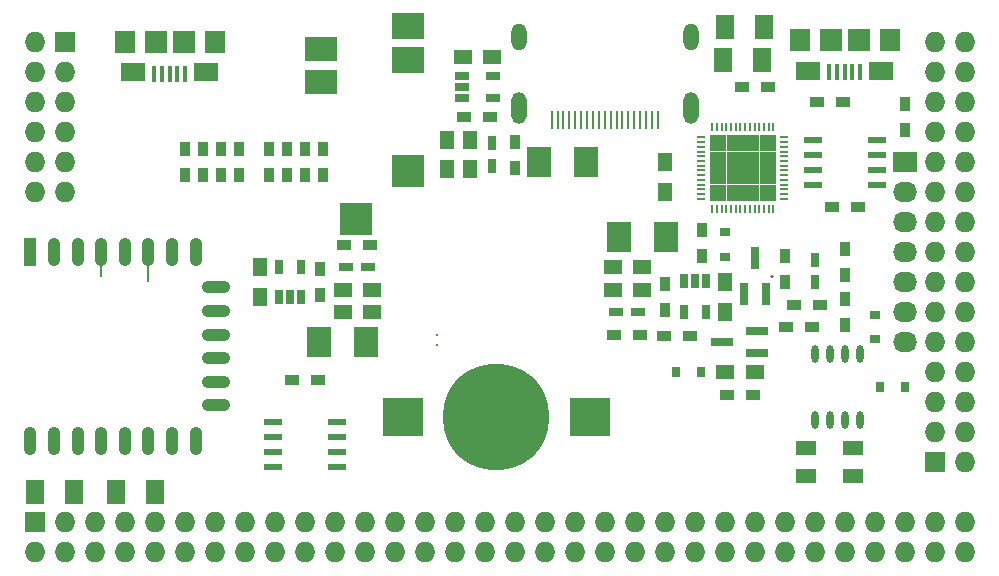
<source format=gbr>
G04 #@! TF.FileFunction,Copper,L4,Bot,Signal*
%FSLAX46Y46*%
G04 Gerber Fmt 4.6, Leading zero omitted, Abs format (unit mm)*
G04 Created by KiCad (PCBNEW 4.0.5+dfsg1-4) date Mon Mar 27 15:17:06 2017*
%MOMM*%
%LPD*%
G01*
G04 APERTURE LIST*
%ADD10C,0.100000*%
%ADD11R,3.500000X3.300000*%
%ADD12C,9.000000*%
%ADD13R,1.524000X2.032000*%
%ADD14R,1.727200X1.727200*%
%ADD15O,1.727200X1.727200*%
%ADD16R,2.000000X2.500000*%
%ADD17R,1.200000X0.700000*%
%ADD18R,0.700000X1.200000*%
%ADD19R,2.032000X1.727200*%
%ADD20O,2.032000X1.727200*%
%ADD21R,1.250000X1.500000*%
%ADD22R,1.500000X1.250000*%
%ADD23O,0.609600X1.473200*%
%ADD24O,2.400000X1.100000*%
%ADD25R,1.100000X2.400000*%
%ADD26O,1.100000X2.400000*%
%ADD27R,0.800000X0.900000*%
%ADD28R,0.900000X0.800000*%
%ADD29R,2.100000X1.600000*%
%ADD30R,1.900000X1.900000*%
%ADD31R,0.400000X1.350000*%
%ADD32R,1.800000X1.900000*%
%ADD33R,2.800000X2.200000*%
%ADD34R,2.800000X2.800000*%
%ADD35R,2.800000X2.000000*%
%ADD36R,1.800000X1.200000*%
%ADD37R,0.200000X0.800000*%
%ADD38R,0.800000X0.200000*%
%ADD39R,1.400000X1.400000*%
%ADD40R,1.900000X0.800000*%
%ADD41R,0.800000X1.900000*%
%ADD42R,1.550000X0.600000*%
%ADD43R,0.750000X1.200000*%
%ADD44R,1.200000X0.750000*%
%ADD45R,1.200000X0.900000*%
%ADD46R,0.900000X1.200000*%
%ADD47O,1.300000X2.700000*%
%ADD48O,1.300000X2.300000*%
%ADD49R,0.250000X1.600000*%
%ADD50C,0.330000*%
%ADD51C,0.250000*%
%ADD52C,0.200000*%
G04 APERTURE END LIST*
D10*
D11*
X127830000Y-95710000D03*
X143630000Y-95710000D03*
D12*
X135730000Y-95710000D03*
D13*
X103498000Y-102060000D03*
X106800000Y-102060000D03*
X99942000Y-102060000D03*
X96640000Y-102060000D03*
D14*
X96640000Y-104600000D03*
D15*
X96640000Y-107140000D03*
X99180000Y-104600000D03*
X99180000Y-107140000D03*
X101720000Y-104600000D03*
X101720000Y-107140000D03*
X104260000Y-104600000D03*
X104260000Y-107140000D03*
X106800000Y-104600000D03*
X106800000Y-107140000D03*
X109340000Y-104600000D03*
X109340000Y-107140000D03*
X111880000Y-104600000D03*
X111880000Y-107140000D03*
X114420000Y-104600000D03*
X114420000Y-107140000D03*
X116960000Y-104600000D03*
X116960000Y-107140000D03*
X119500000Y-104600000D03*
X119500000Y-107140000D03*
X122040000Y-104600000D03*
X122040000Y-107140000D03*
X124580000Y-104600000D03*
X124580000Y-107140000D03*
X127120000Y-104600000D03*
X127120000Y-107140000D03*
X129660000Y-104600000D03*
X129660000Y-107140000D03*
X132200000Y-104600000D03*
X132200000Y-107140000D03*
X134740000Y-104600000D03*
X134740000Y-107140000D03*
X137280000Y-104600000D03*
X137280000Y-107140000D03*
X139820000Y-104600000D03*
X139820000Y-107140000D03*
X142360000Y-104600000D03*
X142360000Y-107140000D03*
X144900000Y-104600000D03*
X144900000Y-107140000D03*
X147440000Y-104600000D03*
X147440000Y-107140000D03*
X149980000Y-104600000D03*
X149980000Y-107140000D03*
X152520000Y-104600000D03*
X152520000Y-107140000D03*
X155060000Y-104600000D03*
X155060000Y-107140000D03*
X157600000Y-104600000D03*
X157600000Y-107140000D03*
X160140000Y-104600000D03*
X160140000Y-107140000D03*
X162680000Y-104600000D03*
X162680000Y-107140000D03*
X165220000Y-104600000D03*
X165220000Y-107140000D03*
X167760000Y-104600000D03*
X167760000Y-107140000D03*
X170300000Y-104600000D03*
X170300000Y-107140000D03*
X172840000Y-104600000D03*
X172840000Y-107140000D03*
X175380000Y-104600000D03*
X175380000Y-107140000D03*
D14*
X172840000Y-99520000D03*
D15*
X175380000Y-99520000D03*
X172840000Y-96980000D03*
X175380000Y-96980000D03*
X172840000Y-94440000D03*
X175380000Y-94440000D03*
X172840000Y-91900000D03*
X175380000Y-91900000D03*
X172840000Y-89360000D03*
X175380000Y-89360000D03*
X172840000Y-86820000D03*
X175380000Y-86820000D03*
X172840000Y-84280000D03*
X175380000Y-84280000D03*
X172840000Y-81740000D03*
X175380000Y-81740000D03*
X172840000Y-79200000D03*
X175380000Y-79200000D03*
X172840000Y-76660000D03*
X175380000Y-76660000D03*
X172840000Y-74120000D03*
X175380000Y-74120000D03*
X172840000Y-71580000D03*
X175380000Y-71580000D03*
X172840000Y-69040000D03*
X175380000Y-69040000D03*
X172840000Y-66500000D03*
X175380000Y-66500000D03*
X172840000Y-63960000D03*
X175380000Y-63960000D03*
D14*
X99180000Y-63960000D03*
D15*
X96640000Y-63960000D03*
X99180000Y-66500000D03*
X96640000Y-66500000D03*
X99180000Y-69040000D03*
X96640000Y-69040000D03*
X99180000Y-71580000D03*
X96640000Y-71580000D03*
X99180000Y-74120000D03*
X96640000Y-74120000D03*
X99180000Y-76660000D03*
X96640000Y-76660000D03*
D16*
X139344000Y-74120000D03*
X143344000Y-74120000D03*
D17*
X132835000Y-68720000D03*
X132835000Y-67770000D03*
X132835000Y-66820000D03*
X135435000Y-66820000D03*
X135435000Y-68720000D03*
D16*
X150075000Y-80470000D03*
X146075000Y-80470000D03*
D18*
X151570000Y-84220000D03*
X152520000Y-84220000D03*
X153470000Y-84220000D03*
X153470000Y-86820000D03*
X151570000Y-86820000D03*
D19*
X170300000Y-74120000D03*
D20*
X170300000Y-76660000D03*
X170300000Y-79200000D03*
X170300000Y-81740000D03*
X170300000Y-84280000D03*
X170300000Y-86820000D03*
X170300000Y-89360000D03*
D16*
X120675000Y-89360000D03*
X124675000Y-89360000D03*
D18*
X119180000Y-85580000D03*
X118230000Y-85580000D03*
X117280000Y-85580000D03*
X117280000Y-82980000D03*
X119180000Y-82980000D03*
D21*
X115690000Y-83030000D03*
X115690000Y-85530000D03*
X131565000Y-74735000D03*
X131565000Y-72235000D03*
X133470000Y-74735000D03*
X133470000Y-72235000D03*
D22*
X135355000Y-65230000D03*
X132855000Y-65230000D03*
X145555000Y-84915000D03*
X148055000Y-84915000D03*
X145555000Y-83010000D03*
X148055000Y-83010000D03*
D21*
X155060000Y-86800000D03*
X155060000Y-84300000D03*
D22*
X125195000Y-84915000D03*
X122695000Y-84915000D03*
X125195000Y-86820000D03*
X122695000Y-86820000D03*
D13*
X155060000Y-62690000D03*
X158362000Y-62690000D03*
X158235000Y-65484000D03*
X154933000Y-65484000D03*
D23*
X166490000Y-95964000D03*
X165220000Y-95964000D03*
X163950000Y-95964000D03*
X162680000Y-95964000D03*
X162680000Y-90376000D03*
X163950000Y-90376000D03*
X165220000Y-90376000D03*
X166490000Y-90376000D03*
D24*
X112010000Y-84730000D03*
X112010000Y-86730000D03*
X112010000Y-88730000D03*
X112010000Y-90730000D03*
X112010000Y-92730000D03*
X112010000Y-94730000D03*
D25*
X96260000Y-81740000D03*
D26*
X98260000Y-81740000D03*
X100260000Y-81740000D03*
X102260000Y-81740000D03*
X104260000Y-81740000D03*
X106260000Y-81740000D03*
X108260000Y-81740000D03*
X110260000Y-81740000D03*
X110260000Y-97740000D03*
X108260000Y-97740000D03*
X106260000Y-97740000D03*
X104260000Y-97740000D03*
X102260000Y-97740000D03*
X100260000Y-97740000D03*
X98260000Y-97740000D03*
X96260000Y-97740000D03*
D22*
X157580000Y-91900000D03*
X155080000Y-91900000D03*
D27*
X150928000Y-91900000D03*
X153028000Y-91900000D03*
X168200000Y-93170000D03*
X170300000Y-93170000D03*
D28*
X155060000Y-80055000D03*
X155060000Y-82155000D03*
X167760000Y-89140000D03*
X167760000Y-87040000D03*
D29*
X162120000Y-66375000D03*
X168320000Y-66375000D03*
D30*
X164020000Y-63825000D03*
X166420000Y-63825000D03*
D31*
X163920000Y-66500000D03*
X164570000Y-66500000D03*
X165220000Y-66500000D03*
X165870000Y-66500000D03*
X166520000Y-66500000D03*
D32*
X161420000Y-63825000D03*
X169020000Y-63825000D03*
D29*
X104970000Y-66510000D03*
X111170000Y-66510000D03*
D30*
X106870000Y-63960000D03*
X109270000Y-63960000D03*
D31*
X106770000Y-66635000D03*
X107420000Y-66635000D03*
X108070000Y-66635000D03*
X108720000Y-66635000D03*
X109370000Y-66635000D03*
D32*
X104270000Y-63960000D03*
X111870000Y-63960000D03*
D33*
X128280000Y-62640000D03*
X128280000Y-65440000D03*
D34*
X128280000Y-74840000D03*
X123830000Y-78940000D03*
D35*
X120880000Y-67340000D03*
X120880000Y-64540000D03*
D36*
X165950000Y-98320000D03*
X161950000Y-98320000D03*
X161950000Y-100720000D03*
X165950000Y-100720000D03*
D21*
X149980000Y-74140000D03*
X149980000Y-76640000D03*
D37*
X159184000Y-78128000D03*
X158784000Y-78128000D03*
X158384000Y-78128000D03*
X157984000Y-78128000D03*
X157584000Y-78128000D03*
X157184000Y-78128000D03*
X156784000Y-78128000D03*
X156384000Y-78128000D03*
X155984000Y-78128000D03*
X155584000Y-78128000D03*
X155184000Y-78128000D03*
X154784000Y-78128000D03*
D38*
X153084000Y-77228000D03*
X153084000Y-76828000D03*
X153084000Y-76428000D03*
X153084000Y-76028000D03*
X153084000Y-75628000D03*
X153084000Y-75228000D03*
X153084000Y-74828000D03*
X153084000Y-74428000D03*
X153084000Y-74028000D03*
X153084000Y-73628000D03*
D39*
X158684000Y-76728000D03*
D37*
X154384000Y-78128000D03*
X153984000Y-78128000D03*
D38*
X153084000Y-73228000D03*
X153084000Y-72828000D03*
X153084000Y-72428000D03*
X153084000Y-72028000D03*
D37*
X159184000Y-71128000D03*
X158784000Y-71128000D03*
X157984000Y-71128000D03*
X157584000Y-71128000D03*
X158384000Y-71128000D03*
X156384000Y-71128000D03*
X155984000Y-71128000D03*
X155584000Y-71128000D03*
X156784000Y-71128000D03*
X157184000Y-71128000D03*
X154384000Y-71128000D03*
X154784000Y-71128000D03*
X155184000Y-71128000D03*
X153984000Y-71128000D03*
D38*
X160084000Y-76828000D03*
X160084000Y-77228000D03*
X160084000Y-75228000D03*
X160084000Y-74428000D03*
X160084000Y-75628000D03*
X160084000Y-76028000D03*
X160084000Y-74828000D03*
X160084000Y-76428000D03*
X160084000Y-72828000D03*
X160084000Y-73628000D03*
X160084000Y-73228000D03*
X160084000Y-72428000D03*
X160084000Y-72028000D03*
X160084000Y-74028000D03*
D39*
X158684000Y-75328000D03*
X158684000Y-73928000D03*
X158684000Y-72528000D03*
X157284000Y-72528000D03*
X157284000Y-73928000D03*
X157284000Y-76728000D03*
X157284000Y-75328000D03*
X155884000Y-72528000D03*
X155884000Y-73928000D03*
X155884000Y-76728000D03*
X155884000Y-75328000D03*
X154484000Y-72528000D03*
X154484000Y-73928000D03*
X154484000Y-76728000D03*
X154484000Y-75328000D03*
D40*
X157830000Y-88410000D03*
X157830000Y-90310000D03*
X154830000Y-89360000D03*
D41*
X158550000Y-85272000D03*
X156650000Y-85272000D03*
X157600000Y-82272000D03*
D42*
X162520000Y-76025000D03*
X162520000Y-74755000D03*
X162520000Y-73485000D03*
X162520000Y-72215000D03*
X167920000Y-72215000D03*
X167920000Y-73485000D03*
X167920000Y-74755000D03*
X167920000Y-76025000D03*
D43*
X135375000Y-74435000D03*
X135375000Y-72535000D03*
D44*
X145855000Y-86820000D03*
X147755000Y-86820000D03*
X124895000Y-83010000D03*
X122995000Y-83010000D03*
D43*
X162680000Y-82380000D03*
X162680000Y-84280000D03*
D45*
X152096000Y-88852000D03*
X149896000Y-88852000D03*
D46*
X165220000Y-87920000D03*
X165220000Y-85720000D03*
D45*
X157430000Y-93805000D03*
X155230000Y-93805000D03*
X163145000Y-86185000D03*
X160945000Y-86185000D03*
D46*
X165220000Y-81445000D03*
X165220000Y-83645000D03*
D45*
X160230000Y-88090000D03*
X162430000Y-88090000D03*
X120600000Y-92535000D03*
X118400000Y-92535000D03*
D46*
X160140000Y-84280000D03*
X160140000Y-82080000D03*
X170300000Y-71410000D03*
X170300000Y-69210000D03*
D45*
X166320000Y-77930000D03*
X164120000Y-77930000D03*
X156500000Y-67770000D03*
X158700000Y-67770000D03*
X165050000Y-69040000D03*
X162850000Y-69040000D03*
D46*
X153155000Y-82035000D03*
X153155000Y-79835000D03*
X137280000Y-74585000D03*
X137280000Y-72385000D03*
D45*
X125045000Y-81105000D03*
X122845000Y-81105000D03*
X145705000Y-88725000D03*
X147905000Y-88725000D03*
X133005000Y-70310000D03*
X135205000Y-70310000D03*
D46*
X120770000Y-85380000D03*
X120770000Y-83180000D03*
X149980000Y-84450000D03*
X149980000Y-86650000D03*
X116452000Y-75220000D03*
X116452000Y-73020000D03*
X117976000Y-75220000D03*
X117976000Y-73020000D03*
X119500000Y-75220000D03*
X119500000Y-73020000D03*
X121024000Y-75220000D03*
X121024000Y-73020000D03*
X109340000Y-75220000D03*
X109340000Y-73020000D03*
X110864000Y-75220000D03*
X110864000Y-73020000D03*
X112388000Y-75220000D03*
X112388000Y-73020000D03*
X113912000Y-75220000D03*
X113912000Y-73020000D03*
D47*
X137600000Y-69576000D03*
X152200000Y-69576000D03*
D48*
X152200000Y-63526000D03*
D49*
X149400000Y-70526000D03*
X148900000Y-70526000D03*
X148400000Y-70526000D03*
X147900000Y-70526000D03*
X147400000Y-70526000D03*
X146900000Y-70526000D03*
X146400000Y-70526000D03*
X145900000Y-70526000D03*
X145400000Y-70526000D03*
X144900000Y-70526000D03*
X144400000Y-70526000D03*
X143900000Y-70526000D03*
X143400000Y-70526000D03*
X142900000Y-70526000D03*
X142400000Y-70526000D03*
X141900000Y-70526000D03*
X141400000Y-70526000D03*
X140900000Y-70526000D03*
X140400000Y-70526000D03*
D48*
X137600000Y-63526000D03*
D42*
X116800000Y-99901000D03*
X116800000Y-98631000D03*
X116800000Y-97361000D03*
X116800000Y-96091000D03*
X122200000Y-96091000D03*
X122200000Y-97361000D03*
X122200000Y-98631000D03*
X122200000Y-99901000D03*
D50*
X102260000Y-83780000D03*
X130680000Y-88800000D03*
X106260000Y-84180000D03*
X130680000Y-89600000D03*
D51*
X159050000Y-83772000D02*
X158950000Y-83772000D01*
D52*
X102260000Y-81740000D02*
X102260000Y-83780000D01*
X106260000Y-81740000D02*
X106260000Y-84180000D01*
M02*

</source>
